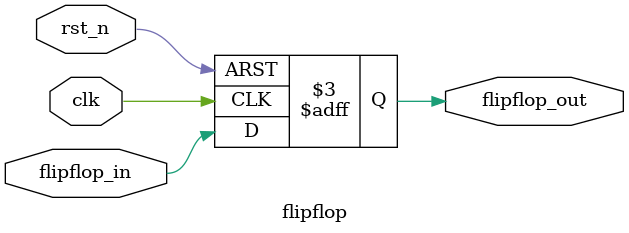
<source format=sv>
/*------------------------------------------------------------------------------
 * File          : flipflop.sv
 * Project       : RTL
 * Author        : epnido
 * Creation date : Sep 19, 2023
 * Description   : Flipflop Test Unit
 *------------------------------------------------------------------------------*/

module flipflop #()
(
	input logic clk,
	input logic rst_n,
	input logic flipflop_in,
	output logic flipflop_out
);

always_ff @(posedge clk or negedge rst_n) begin
	if (!rst_n) begin
		flipflop_out <= 1'b0;
	end
	else begin
		flipflop_out <= flipflop_in;
	end
end

endmodule
</source>
